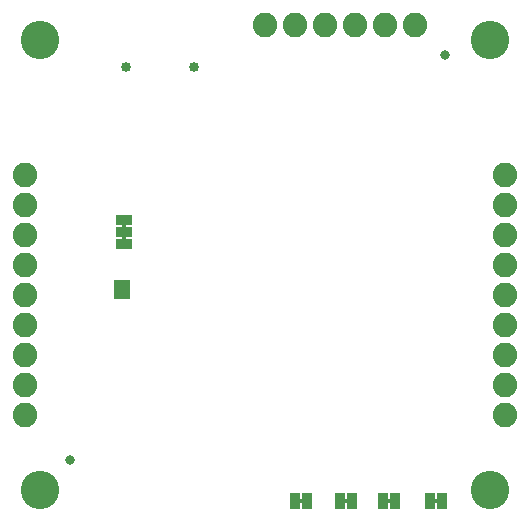
<source format=gbs>
G04 EAGLE Gerber RS-274X export*
G75*
%MOMM*%
%FSLAX34Y34*%
%LPD*%
%INSoldermask Bottom*%
%IPPOS*%
%AMOC8*
5,1,8,0,0,1.08239X$1,22.5*%
G01*
%ADD10R,1.473200X0.838200*%
%ADD11C,2.082800*%
%ADD12C,0.838200*%
%ADD13C,3.251200*%
%ADD14R,0.838200X1.473200*%
%ADD15C,0.853200*%

G36*
X97855Y246392D02*
X97855Y246392D01*
X97921Y246394D01*
X97964Y246412D01*
X98011Y246420D01*
X98068Y246454D01*
X98128Y246479D01*
X98163Y246510D01*
X98204Y246535D01*
X98246Y246586D01*
X98294Y246630D01*
X98316Y246672D01*
X98345Y246709D01*
X98366Y246771D01*
X98397Y246830D01*
X98405Y246884D01*
X98417Y246921D01*
X98416Y246961D01*
X98424Y247015D01*
X98424Y250825D01*
X98413Y250890D01*
X98411Y250956D01*
X98393Y250999D01*
X98385Y251046D01*
X98351Y251103D01*
X98326Y251163D01*
X98295Y251198D01*
X98270Y251239D01*
X98219Y251281D01*
X98175Y251329D01*
X98133Y251351D01*
X98096Y251380D01*
X98034Y251401D01*
X97975Y251432D01*
X97921Y251440D01*
X97884Y251452D01*
X97844Y251451D01*
X97790Y251459D01*
X95250Y251459D01*
X95185Y251448D01*
X95119Y251446D01*
X95076Y251428D01*
X95029Y251420D01*
X94972Y251386D01*
X94912Y251361D01*
X94877Y251330D01*
X94836Y251305D01*
X94795Y251254D01*
X94746Y251210D01*
X94724Y251168D01*
X94695Y251131D01*
X94674Y251069D01*
X94643Y251010D01*
X94635Y250956D01*
X94623Y250919D01*
X94623Y250915D01*
X94623Y250914D01*
X94624Y250879D01*
X94616Y250825D01*
X94616Y247015D01*
X94627Y246950D01*
X94629Y246884D01*
X94647Y246841D01*
X94655Y246794D01*
X94689Y246737D01*
X94714Y246677D01*
X94745Y246642D01*
X94770Y246601D01*
X94821Y246560D01*
X94865Y246511D01*
X94907Y246489D01*
X94944Y246460D01*
X95006Y246439D01*
X95065Y246408D01*
X95119Y246400D01*
X95156Y246388D01*
X95196Y246389D01*
X95250Y246381D01*
X97790Y246381D01*
X97855Y246392D01*
G37*
G36*
X97855Y236232D02*
X97855Y236232D01*
X97921Y236234D01*
X97964Y236252D01*
X98011Y236260D01*
X98068Y236294D01*
X98128Y236319D01*
X98163Y236350D01*
X98204Y236375D01*
X98246Y236426D01*
X98294Y236470D01*
X98316Y236512D01*
X98345Y236549D01*
X98366Y236611D01*
X98397Y236670D01*
X98405Y236724D01*
X98417Y236761D01*
X98416Y236801D01*
X98424Y236855D01*
X98424Y240665D01*
X98413Y240730D01*
X98411Y240796D01*
X98393Y240839D01*
X98385Y240886D01*
X98351Y240943D01*
X98326Y241003D01*
X98295Y241038D01*
X98270Y241079D01*
X98219Y241121D01*
X98175Y241169D01*
X98133Y241191D01*
X98096Y241220D01*
X98034Y241241D01*
X97975Y241272D01*
X97921Y241280D01*
X97884Y241292D01*
X97844Y241291D01*
X97790Y241299D01*
X95250Y241299D01*
X95185Y241288D01*
X95119Y241286D01*
X95076Y241268D01*
X95029Y241260D01*
X94972Y241226D01*
X94912Y241201D01*
X94877Y241170D01*
X94836Y241145D01*
X94795Y241094D01*
X94746Y241050D01*
X94724Y241008D01*
X94695Y240971D01*
X94674Y240909D01*
X94643Y240850D01*
X94635Y240796D01*
X94623Y240759D01*
X94623Y240755D01*
X94623Y240754D01*
X94624Y240719D01*
X94616Y240665D01*
X94616Y236855D01*
X94627Y236790D01*
X94629Y236724D01*
X94647Y236681D01*
X94655Y236634D01*
X94689Y236577D01*
X94714Y236517D01*
X94745Y236482D01*
X94770Y236441D01*
X94821Y236400D01*
X94865Y236351D01*
X94907Y236329D01*
X94944Y236300D01*
X95006Y236279D01*
X95065Y236248D01*
X95119Y236240D01*
X95156Y236228D01*
X95196Y236229D01*
X95250Y236221D01*
X97790Y236221D01*
X97855Y236232D01*
G37*
G36*
X323280Y14109D02*
X323280Y14109D01*
X323346Y14111D01*
X323389Y14129D01*
X323436Y14137D01*
X323493Y14171D01*
X323553Y14196D01*
X323588Y14227D01*
X323629Y14252D01*
X323671Y14303D01*
X323719Y14347D01*
X323741Y14389D01*
X323770Y14426D01*
X323791Y14488D01*
X323822Y14547D01*
X323830Y14601D01*
X323842Y14638D01*
X323841Y14678D01*
X323849Y14732D01*
X323849Y17272D01*
X323838Y17337D01*
X323836Y17403D01*
X323818Y17446D01*
X323810Y17493D01*
X323776Y17550D01*
X323751Y17610D01*
X323720Y17645D01*
X323695Y17686D01*
X323644Y17728D01*
X323600Y17776D01*
X323558Y17798D01*
X323521Y17827D01*
X323459Y17848D01*
X323400Y17879D01*
X323346Y17887D01*
X323309Y17899D01*
X323269Y17898D01*
X323215Y17906D01*
X319405Y17906D01*
X319340Y17895D01*
X319274Y17893D01*
X319231Y17875D01*
X319184Y17867D01*
X319127Y17833D01*
X319067Y17808D01*
X319032Y17777D01*
X318991Y17752D01*
X318950Y17701D01*
X318901Y17657D01*
X318879Y17615D01*
X318850Y17578D01*
X318829Y17516D01*
X318798Y17457D01*
X318790Y17403D01*
X318778Y17366D01*
X318778Y17363D01*
X318779Y17326D01*
X318771Y17272D01*
X318771Y14732D01*
X318782Y14667D01*
X318784Y14601D01*
X318802Y14558D01*
X318810Y14511D01*
X318844Y14454D01*
X318869Y14394D01*
X318900Y14359D01*
X318925Y14318D01*
X318976Y14277D01*
X319020Y14228D01*
X319062Y14206D01*
X319099Y14177D01*
X319161Y14156D01*
X319220Y14125D01*
X319274Y14117D01*
X319311Y14105D01*
X319351Y14106D01*
X319405Y14098D01*
X323215Y14098D01*
X323280Y14109D01*
G37*
G36*
X286450Y14109D02*
X286450Y14109D01*
X286516Y14111D01*
X286559Y14129D01*
X286606Y14137D01*
X286663Y14171D01*
X286723Y14196D01*
X286758Y14227D01*
X286799Y14252D01*
X286841Y14303D01*
X286889Y14347D01*
X286911Y14389D01*
X286940Y14426D01*
X286961Y14488D01*
X286992Y14547D01*
X287000Y14601D01*
X287012Y14638D01*
X287011Y14678D01*
X287019Y14732D01*
X287019Y17272D01*
X287008Y17337D01*
X287006Y17403D01*
X286988Y17446D01*
X286980Y17493D01*
X286946Y17550D01*
X286921Y17610D01*
X286890Y17645D01*
X286865Y17686D01*
X286814Y17728D01*
X286770Y17776D01*
X286728Y17798D01*
X286691Y17827D01*
X286629Y17848D01*
X286570Y17879D01*
X286516Y17887D01*
X286479Y17899D01*
X286439Y17898D01*
X286385Y17906D01*
X282575Y17906D01*
X282510Y17895D01*
X282444Y17893D01*
X282401Y17875D01*
X282354Y17867D01*
X282297Y17833D01*
X282237Y17808D01*
X282202Y17777D01*
X282161Y17752D01*
X282120Y17701D01*
X282071Y17657D01*
X282049Y17615D01*
X282020Y17578D01*
X281999Y17516D01*
X281968Y17457D01*
X281960Y17403D01*
X281948Y17366D01*
X281948Y17363D01*
X281949Y17326D01*
X281941Y17272D01*
X281941Y14732D01*
X281952Y14667D01*
X281954Y14601D01*
X281972Y14558D01*
X281980Y14511D01*
X282014Y14454D01*
X282039Y14394D01*
X282070Y14359D01*
X282095Y14318D01*
X282146Y14277D01*
X282190Y14228D01*
X282232Y14206D01*
X282269Y14177D01*
X282331Y14156D01*
X282390Y14125D01*
X282444Y14117D01*
X282481Y14105D01*
X282521Y14106D01*
X282575Y14098D01*
X286385Y14098D01*
X286450Y14109D01*
G37*
G36*
X362650Y14109D02*
X362650Y14109D01*
X362716Y14111D01*
X362759Y14129D01*
X362806Y14137D01*
X362863Y14171D01*
X362923Y14196D01*
X362958Y14227D01*
X362999Y14252D01*
X363041Y14303D01*
X363089Y14347D01*
X363111Y14389D01*
X363140Y14426D01*
X363161Y14488D01*
X363192Y14547D01*
X363200Y14601D01*
X363212Y14638D01*
X363211Y14678D01*
X363219Y14732D01*
X363219Y17272D01*
X363208Y17337D01*
X363206Y17403D01*
X363188Y17446D01*
X363180Y17493D01*
X363146Y17550D01*
X363121Y17610D01*
X363090Y17645D01*
X363065Y17686D01*
X363014Y17728D01*
X362970Y17776D01*
X362928Y17798D01*
X362891Y17827D01*
X362829Y17848D01*
X362770Y17879D01*
X362716Y17887D01*
X362679Y17899D01*
X362639Y17898D01*
X362585Y17906D01*
X358775Y17906D01*
X358710Y17895D01*
X358644Y17893D01*
X358601Y17875D01*
X358554Y17867D01*
X358497Y17833D01*
X358437Y17808D01*
X358402Y17777D01*
X358361Y17752D01*
X358320Y17701D01*
X358271Y17657D01*
X358249Y17615D01*
X358220Y17578D01*
X358199Y17516D01*
X358168Y17457D01*
X358160Y17403D01*
X358148Y17366D01*
X358148Y17363D01*
X358149Y17326D01*
X358141Y17272D01*
X358141Y14732D01*
X358152Y14667D01*
X358154Y14601D01*
X358172Y14558D01*
X358180Y14511D01*
X358214Y14454D01*
X358239Y14394D01*
X358270Y14359D01*
X358295Y14318D01*
X358346Y14277D01*
X358390Y14228D01*
X358432Y14206D01*
X358469Y14177D01*
X358531Y14156D01*
X358590Y14125D01*
X358644Y14117D01*
X358681Y14105D01*
X358721Y14106D01*
X358775Y14098D01*
X362585Y14098D01*
X362650Y14109D01*
G37*
G36*
X248350Y14109D02*
X248350Y14109D01*
X248416Y14111D01*
X248459Y14129D01*
X248506Y14137D01*
X248563Y14171D01*
X248623Y14196D01*
X248658Y14227D01*
X248699Y14252D01*
X248741Y14303D01*
X248789Y14347D01*
X248811Y14389D01*
X248840Y14426D01*
X248861Y14488D01*
X248892Y14547D01*
X248900Y14601D01*
X248912Y14638D01*
X248911Y14678D01*
X248919Y14732D01*
X248919Y17272D01*
X248908Y17337D01*
X248906Y17403D01*
X248888Y17446D01*
X248880Y17493D01*
X248846Y17550D01*
X248821Y17610D01*
X248790Y17645D01*
X248765Y17686D01*
X248714Y17728D01*
X248670Y17776D01*
X248628Y17798D01*
X248591Y17827D01*
X248529Y17848D01*
X248470Y17879D01*
X248416Y17887D01*
X248379Y17899D01*
X248339Y17898D01*
X248285Y17906D01*
X244475Y17906D01*
X244410Y17895D01*
X244344Y17893D01*
X244301Y17875D01*
X244254Y17867D01*
X244197Y17833D01*
X244137Y17808D01*
X244102Y17777D01*
X244061Y17752D01*
X244020Y17701D01*
X243971Y17657D01*
X243949Y17615D01*
X243920Y17578D01*
X243899Y17516D01*
X243868Y17457D01*
X243860Y17403D01*
X243848Y17366D01*
X243848Y17363D01*
X243849Y17326D01*
X243841Y17272D01*
X243841Y14732D01*
X243852Y14667D01*
X243854Y14601D01*
X243872Y14558D01*
X243880Y14511D01*
X243914Y14454D01*
X243939Y14394D01*
X243970Y14359D01*
X243995Y14318D01*
X244046Y14277D01*
X244090Y14228D01*
X244132Y14206D01*
X244169Y14177D01*
X244231Y14156D01*
X244290Y14125D01*
X244344Y14117D01*
X244381Y14105D01*
X244421Y14106D01*
X244475Y14098D01*
X248285Y14098D01*
X248350Y14109D01*
G37*
D10*
X96520Y233680D03*
X96520Y243840D03*
X96520Y254000D03*
D11*
X419100Y292100D03*
X419100Y266700D03*
X419100Y241300D03*
X419100Y215900D03*
X419100Y190500D03*
X419100Y165100D03*
X419100Y139700D03*
X419100Y114300D03*
X419100Y88900D03*
D12*
X50800Y50800D03*
X368300Y393700D03*
D13*
X406400Y406400D03*
X25400Y406400D03*
D10*
X94742Y191008D03*
X94742Y199136D03*
D14*
X251460Y16002D03*
X241300Y16002D03*
D15*
X155900Y383004D03*
X98100Y383004D03*
D14*
X365760Y16002D03*
X355600Y16002D03*
X289560Y16002D03*
X279400Y16002D03*
D13*
X25400Y25146D03*
X406400Y25146D03*
D11*
X342900Y419100D03*
X317500Y419100D03*
X292100Y419100D03*
X266700Y419100D03*
X241300Y419100D03*
X215900Y419100D03*
X12700Y88900D03*
X12700Y114300D03*
X12700Y139700D03*
X12700Y165100D03*
X12700Y190500D03*
X12700Y215900D03*
X12700Y241300D03*
X12700Y266700D03*
X12700Y292100D03*
D14*
X326390Y16002D03*
X316230Y16002D03*
M02*

</source>
